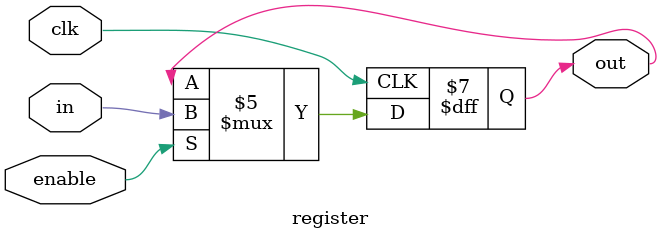
<source format=v>



module priority_arb #( parameter integer N = 1 ) (
      input [N-1:0] readyIn
    , output [N-1:0] readyOut
);

reg [N-1:0] s;
integer i;
reg done;
always @(*) begin
    s = 0;
    done = 0;
    for ( i=0; i < N ; i=i+1 ) begin
        if ( readyIn[i] && !done ) begin
            s = 1 << i;
            done = 1;
        end
    end
end

assign readyOut = s;

endmodule

module sequencer #( parameter integer N = 0, parameter [N-1:0] sticky = 0 ) (
      input      [N-1:0] readyIn
    , output reg [N-1:0] readyOut

    , input clk
    , input resetn
);

reg [     N-1 : 0] outs;

parameter Nbits = $clog2( N );
reg [ Nbits-1 : 0] state;      // state
reg [ Nbits-1 : 0] state1;     // combinatorial
reg [ Nbits-1 : 0] state_next; // combinatorial - next state

/*
always @(*) begin
    assert( state      < N );
    assert( state1     < N );
    assert( state_next < N );
end
*/

integer i;
reg done;
always @(*) begin
    state1 = state;

    // state outputs, default to 0
    outs = 0;
    done = 0;
    for( i = 0; i < N; i = i + 1 ) begin
        if ( !done && ( i == state1 ) ) begin
            outs[i] = 1;
            if ( readyIn[i] ) begin
                state1 = ( i+1 < N ) ? i+1 : 0;
                end
            if ( sticky[i] ) done = 1; // don't allow going to next state combinatoritally
        end
    end
    
    // assign this at end to minimize zero delay events on the outputs
    readyOut = outs;
    state_next = state1;
end

always @(posedge clk or negedge resetn ) begin
    if ( !resetn ) state <= 0;
    else           state <= state_next;
end

endmodule

module one_hot_mux #( parameter integer Ninputs = 0, parameter integer Nbits = 1 ) (
      input [ Ninputs*Nbits -1 : 0 ] ins
    , input [ Ninputs       -1 : 0 ] select
    , output reg [ Nbits-1 : 0 ] out
);

reg [ Nbits-1 : 0 ] out1;
reg [ Nbits-1 : 0 ] tmp;

integer i;

always @(*) begin


    out1 = {Nbits{1'b1}};
    for( i =0; i< Ninputs; i=i+1 ) begin
        tmp = ins >> ( Nbits * i );
        if ( select[i] ) begin
            out1 = out1 & tmp;
        end
    end
    out = out1;
end

endmodule

module register #( parameter Nbits = 1 ) (
      input  [ Nbits-1:0 ] in
    , input                enable
    , output reg [ Nbits-1:0 ] out

    , input                clk
);

always @(posedge clk) begin
    if ( enable ) out <= in;
end

endmodule

</source>
